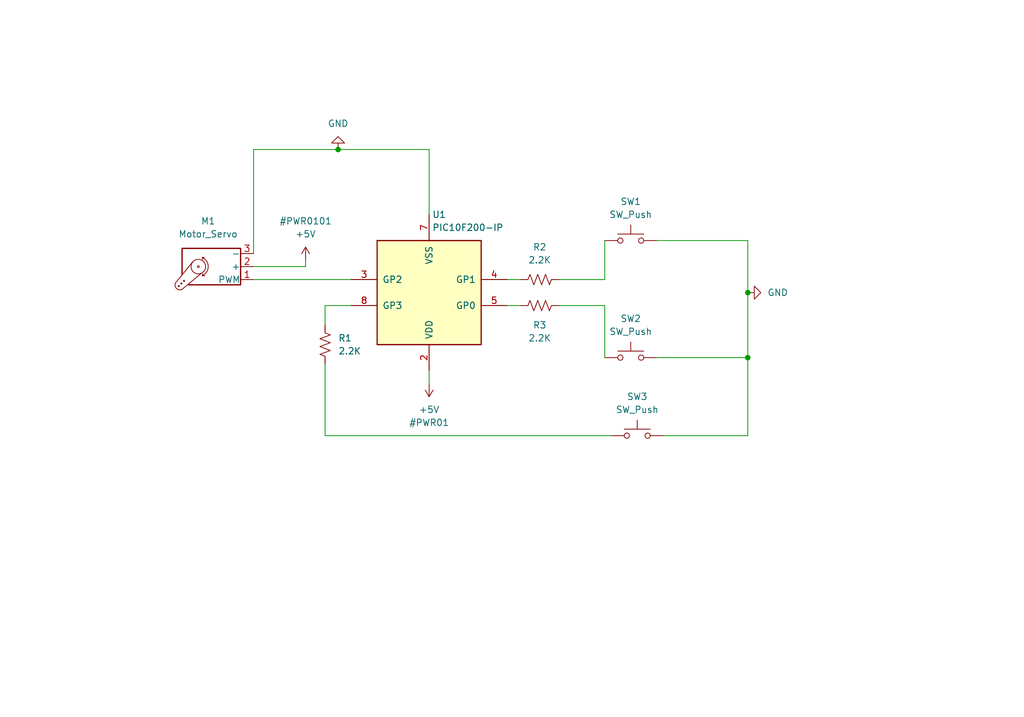
<source format=kicad_sch>
(kicad_sch (version 20230121) (generator eeschema)
  (paper "User" 200 140.005)
  (title_block (title "Basic Servo Controll with PIC10F200 and 3 buttons") (company "Ricardo Lima Caratti"))
  (lib_symbols
    (symbol "Device:R_US" (pin_numbers hide) (pin_names (offset 0))
      (property "Reference" "R" (at 2.54 0 90))
      (property "Value" "R_US" (at -2.54 0 90))
      (symbol "R_US_0_1"
        (polyline (pts (xy 0 -2.286) (xy 0 -2.54)))
        (polyline (pts (xy 0 2.286) (xy 0 2.54)))
        (polyline (pts (xy 0 -0.762) (xy 1.016 -1.143) (xy 0 -1.524) (xy -1.016 -1.905) (xy 0 -2.286)))
        (polyline (pts (xy 0 0.762) (xy 1.016 0.381) (xy 0 0) (xy -1.016 -0.381) (xy 0 -0.762)))
        (polyline (pts (xy 0 2.286) (xy 1.016 1.905) (xy 0 1.524) (xy -1.016 1.143) (xy 0 0.762)))
      )
      (symbol "R_US_1_1"
        (pin passive line (at 0 3.81 270) (length 1.27) (name "~") (number "1"))
        (pin passive line (at 0 -3.81 90) (length 1.27) (name "~") (number "2"))
      )
    )
    (symbol "MCU_Microchip_PIC10:PIC10F200-IP" (pin_names (offset 1.016))
      (property "Reference" "U" (at 1.27 13.97 0))
      (property "Value" "PIC10F200-IP" (at 1.27 11.43 0))
      (symbol "PIC10F200-IP_0_1"
        (rectangle (start -10.16 10.16) (end 10.16 -10.16) (stroke (width 0.254)) (fill (type background)))
      )
      (symbol "PIC10F200-IP_1_1"
        (pin power_in line (at 0 15.24 270) (length 5.08) (name "VDD") (number "2"))
        (pin bidirectional line (at 15.24 -2.54 180) (length 5.08) (name "GP2") (number "3"))
        (pin bidirectional line (at -15.24 -2.54 0) (length 5.08) (name "GP1") (number "4"))
        (pin bidirectional line (at -15.24 2.54 0) (length 5.08) (name "GP0") (number "5"))
        (pin power_in line (at 0 -15.24 90) (length 5.08) (name "VSS") (number "7"))
        (pin input line (at 15.24 2.54 180) (length 5.08) (name "GP3") (number "8"))
      )
    )
    (symbol "Motor:Motor_Servo" (pin_names (offset 0.0254))
      (property "Reference" "M" (at -5.08 4.445 0))
      (property "Value" "Motor_Servo" (at -5.08 -4.064 0))
      (symbol "Motor_Servo_0_1"
        (polyline (pts (xy 2.413 -1.778) (xy 2.032 -1.778)))
        (polyline (pts (xy 2.413 -1.778) (xy 2.286 -1.397)))
        (polyline (pts (xy 2.413 1.778) (xy 1.905 1.778)))
        (polyline (pts (xy 2.413 1.778) (xy 2.286 1.397)))
        (polyline (pts (xy 6.35 4.445) (xy 2.54 1.27)))
        (polyline (pts (xy 7.62 3.175) (xy 4.191 -1.016)))
        (polyline (pts (xy 5.08 3.556) (xy -5.08 3.556) (xy -5.08 -3.556) (xy 6.35 -3.556) (xy 6.35 1.524)) (stroke (width 0.254)))
        (arc (start 2.413 1.778) (mid 1.2406 0) (end 2.413 -1.778))
        (circle (center 3.175 0) (radius 0.1778))
        (circle (center 3.175 0) (radius 1.4224))
        (circle (center 5.969 2.794) (radius 0.127))
        (circle (center 6.477 3.302) (radius 0.127))
        (circle (center 6.985 3.81) (radius 0.127))
        (arc (start 7.62 3.175) (mid 7.4485 4.2735) (end 6.35 4.445))
      )
      (symbol "Motor_Servo_1_1"
        (pin passive line (at -7.62 2.54 0) (length 2.54) (name "PWM") (number "1"))
        (pin passive line (at -7.62 0 0) (length 2.54) (name "+") (number "2"))
        (pin passive line (at -7.62 -2.54 0) (length 2.54) (name "-") (number "3"))
      )
    )
    (symbol "Switch:SW_Push" (pin_numbers hide) (pin_names (offset 1.016) hide)
      (property "Reference" "SW" (at 1.27 2.54 0))
      (property "Value" "SW_Push" (at 0 -1.524 0))
      (symbol "SW_Push_0_1"
        (circle (center -2.032 0) (radius 0.508))
        (polyline (pts (xy 0 1.27) (xy 0 3.048)))
        (polyline (pts (xy 2.54 1.27) (xy -2.54 1.27)))
        (circle (center 2.032 0) (radius 0.508))
        (pin passive line (at -5.08 0 0) (length 2.54) (name "1") (number "1"))
        (pin passive line (at 5.08 0 180) (length 2.54) (name "2") (number "2"))
      )
    )
    (symbol "power:+5V" (power) (pin_names (offset 0))
      (property "Value" "+5V" (at 0 3.556 0))
      (symbol "+5V_0_1"
        (polyline (pts (xy -0.762 1.27) (xy 0 2.54)))
        (polyline (pts (xy 0 0) (xy 0 2.54)))
        (polyline (pts (xy 0 2.54) (xy 0.762 1.27)))
      )
      (symbol "+5V_1_1"
        (pin power_in line (at 0 0 90) (length 0) hide (name "+5V") (number "1"))
      )
    )
    (symbol "power:GND" (power) (pin_names (offset 0))
      (property "Value" "GND" (at 0 -3.81 0))
      (symbol "GND_0_1"
        (polyline (pts (xy 0 0) (xy 0 -1.27) (xy 1.27 -1.27) (xy 0 -2.54) (xy -1.27 -1.27) (xy 0 -1.27)))
      )
      (symbol "GND_1_1"
        (pin power_in line (at 0 0 270) (length 0) hide (name "GND") (number "1"))
      )
    )
  )
  (junction (at 66.04 29.21))
  (junction (at 146.05 69.85))
  (junction (at 146.05 57.15))
  (wire (pts (xy 66.04 29.21) (xy 83.82 29.21)))
  (wire (pts (xy 146.05 69.85) (xy 146.05 57.15)))
  (wire (pts (xy 63.5 85.09) (xy 119.38 85.09)))
  (wire (pts (xy 83.82 72.39) (xy 83.82 74.93)))
  (wire (pts (xy 83.82 41.91) (xy 83.82 29.21)))
  (wire (pts (xy 99.06 54.61) (xy 101.6 54.61)))
  (wire (pts (xy 146.05 85.09) (xy 146.05 69.85)))
  (wire (pts (xy 118.11 59.69) (xy 118.11 69.85)))
  (wire (pts (xy 128.27 46.99) (xy 146.05 46.99)))
  (wire (pts (xy 99.06 59.69) (xy 101.6 59.69)))
  (wire (pts (xy 49.53 52.07) (xy 59.69 52.07)))
  (wire (pts (xy 49.53 54.61) (xy 68.58 54.61)))
  (wire (pts (xy 63.5 59.69) (xy 63.5 63.5)))
  (wire (pts (xy 128.27 69.85) (xy 146.05 69.85)))
  (wire (pts (xy 109.22 54.61) (xy 118.11 54.61)))
  (wire (pts (xy 146.05 46.99) (xy 146.05 57.15)))
  (wire (pts (xy 68.58 59.69) (xy 63.5 59.69)))
  (wire (pts (xy 63.5 71.12) (xy 63.5 85.09)))
  (wire (pts (xy 109.22 59.69) (xy 118.11 59.69)))
  (wire (pts (xy 118.11 54.61) (xy 118.11 46.99)))
  (wire (pts (xy 59.69 50.8) (xy 59.69 52.07)))
  (wire (pts (xy 49.53 29.21) (xy 66.04 29.21)))
  (wire (pts (xy 49.53 49.53) (xy 49.53 29.21)))
  (wire (pts (xy 129.54 85.09) (xy 146.05 85.09)))
  (symbol (lib_id "Switch:SW_Push") (at 123.19 69.85 0) (unit 1)
    (property "Reference" "SW2" (at 123.19 62.23 0))
    (property "Value" "SW_Push" (at 123.19 64.77 0))
  )
  (symbol (lib_id "power:GND") (at 146.05 57.15 90) (unit 1)
    (property "Reference" "#PWR03" (effects hide))
    (property "Value" "GND" (at 149.86 57.15 90) (effects (justify right)))
  )
  (symbol (lib_id "Switch:SW_Push") (at 123.19 46.99 0) (unit 1)
    (property "Reference" "SW1" (at 123.19 39.37 0))
    (property "Value" "SW_Push" (at 123.19 41.91 0))
  )
  (symbol (lib_id "Device:R_US") (at 105.41 59.69 270) (unit 1)
    (property "Reference" "R3" (at 105.41 63.5 90))
    (property "Value" "2.2K" (at 105.41 66.04 90))
  )
  (symbol (lib_id "Device:R_US") (at 63.5 67.31 180) (unit 1)
    (property "Reference" "R1" (at 66.04 66.04 0) (effects (justify right)))
    (property "Value" "2.2K" (at 66.04 68.58 0) (effects (justify right)))
  )
  (symbol (lib_id "Motor:Motor_Servo") (at 41.91 52.07 180) (unit 1)
    (property "Reference" "M1" (at 40.6511 43.18 0))
    (property "Value" "Motor_Servo" (at 40.6511 45.72 0))
    (property "Datasheet" "http://forums.parallax.com/uploads/attachments/46831/74481.png" (effects hide))
  )
  (symbol (lib_id "power:GND") (at 66.04 29.21 180) (unit 1)
    (property "Reference" "#PWR02" (effects hide))
    (property "Value" "GND" (at 66.04 24.13 0))
  )
  (symbol (lib_id "Switch:SW_Push") (at 124.46 85.09 0) (unit 1)
    (property "Reference" "SW3" (at 124.46 77.47 0))
    (property "Value" "SW_Push" (at 124.46 80.01 0))
  )
  (symbol (lib_id "power:+5V") (at 59.69 50.8 0) (unit 1)
    (property "Reference" "#PWR02" (at 59.69 43.18 0))
    (property "Value" "+5V" (at 59.69 45.72 0))
  )
  (symbol (lib_id "MCU_Microchip_PIC10:PIC10F200-IP") (at 83.82 57.15 180) (unit 1)
    (property "Reference" "U1" (at 84.4041 41.91 0) (effects (justify right)))
    (property "Value" "PIC10F200-IP" (at 84.4041 44.45 0) (effects (justify right)))
    (property "Footprint" "Package_DIP:DIP-8_W7.62mm" (effects hide))
    (property "Datasheet" "http://ww1.microchip.com/downloads/en/DeviceDoc/41239D.pdf" (effects hide))
  )
  (symbol (lib_id "Device:R_US") (at 105.41 54.61 270) (unit 1)
    (property "Reference" "R2" (at 105.41 48.26 90))
    (property "Value" "2.2K" (at 105.41 50.8 90))
  )
  (symbol (lib_id "power:+5V") (at 83.82 74.93 180) (unit 1)
    (property "Reference" "#PWR01" (at 83.82 82.55 0))
    (property "Value" "+5V" (at 83.82 80.01 0))
  )
)
</source>
